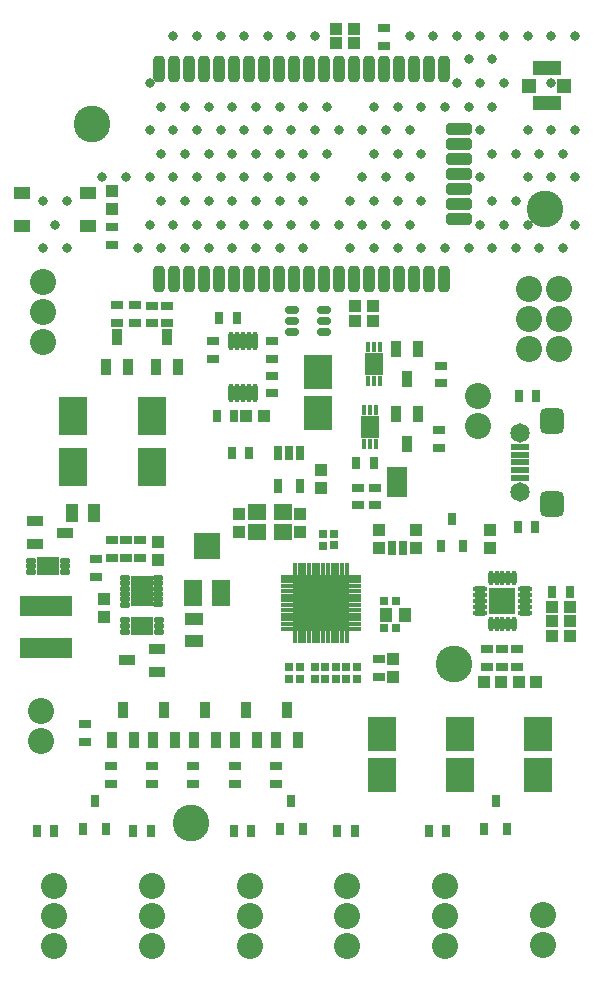
<source format=gts>
G04*
G04 #@! TF.GenerationSoftware,Altium Limited,Altium Designer,19.0.13 (425)*
G04*
G04 Layer_Color=8388736*
%FSLAX25Y25*%
%MOIN*%
G70*
G01*
G75*
%ADD14R,0.04343X0.03162*%
%ADD15O,0.04737X0.02769*%
%ADD16R,0.09265X0.12611*%
%ADD17R,0.17335X0.06706*%
%ADD18R,0.05328X0.03753*%
%ADD19O,0.01981X0.06115*%
%ADD20R,0.03162X0.04343*%
G04:AMPARAMS|DCode=21|XSize=17.84mil|YSize=35.56mil|CornerRadius=6.46mil|HoleSize=0mil|Usage=FLASHONLY|Rotation=270.000|XOffset=0mil|YOffset=0mil|HoleType=Round|Shape=RoundedRectangle|*
%AMROUNDEDRECTD21*
21,1,0.01784,0.02264,0,0,270.0*
21,1,0.00492,0.03556,0,0,270.0*
1,1,0.01292,-0.01132,-0.00246*
1,1,0.01292,-0.01132,0.00246*
1,1,0.01292,0.01132,0.00246*
1,1,0.01292,0.01132,-0.00246*
%
%ADD21ROUNDEDRECTD21*%
%ADD22R,0.07296X0.06115*%
%ADD23R,0.03950X0.03950*%
%ADD24R,0.07296X0.10170*%
%ADD25R,0.04343X0.05918*%
%ADD26R,0.05918X0.04343*%
%ADD27R,0.03950X0.03950*%
%ADD28R,0.05918X0.08674*%
%ADD29R,0.08674X0.08674*%
%ADD30R,0.03950X0.03162*%
%ADD31R,0.03359X0.05328*%
%ADD32R,0.09265X0.11627*%
%ADD33R,0.03162X0.04737*%
%ADD34R,0.06115X0.02375*%
%ADD35R,0.09461X0.04934*%
%ADD36R,0.04737X0.04737*%
%ADD37R,0.03162X0.03950*%
%ADD38O,0.04147X0.01587*%
%ADD39O,0.01587X0.04147*%
%ADD40R,0.18910X0.18910*%
%ADD41O,0.04737X0.01784*%
%ADD42O,0.01784X0.04737*%
%ADD43R,0.08595X0.08595*%
%ADD44R,0.06312X0.05524*%
%ADD45R,0.02769X0.02769*%
%ADD46R,0.04265X0.04698*%
%ADD47R,0.02769X0.02769*%
%ADD48R,0.05524X0.03950*%
%ADD49R,0.03162X0.05131*%
%ADD50R,0.06706X0.10249*%
%ADD51R,0.03753X0.05328*%
%ADD52R,0.06115X0.07296*%
%ADD53R,0.01784X0.03556*%
G04:AMPARAMS|DCode=54|XSize=86.74mil|YSize=39.5mil|CornerRadius=11.87mil|HoleSize=0mil|Usage=FLASHONLY|Rotation=0.000|XOffset=0mil|YOffset=0mil|HoleType=Round|Shape=RoundedRectangle|*
%AMROUNDEDRECTD54*
21,1,0.08674,0.01575,0,0,0.0*
21,1,0.06299,0.03950,0,0,0.0*
1,1,0.02375,0.03150,-0.00787*
1,1,0.02375,-0.03150,-0.00787*
1,1,0.02375,-0.03150,0.00787*
1,1,0.02375,0.03150,0.00787*
%
%ADD54ROUNDEDRECTD54*%
G04:AMPARAMS|DCode=55|XSize=86.74mil|YSize=39.5mil|CornerRadius=11.87mil|HoleSize=0mil|Usage=FLASHONLY|Rotation=270.000|XOffset=0mil|YOffset=0mil|HoleType=Round|Shape=RoundedRectangle|*
%AMROUNDEDRECTD55*
21,1,0.08674,0.01575,0,0,270.0*
21,1,0.06299,0.03950,0,0,270.0*
1,1,0.02375,-0.00787,-0.03150*
1,1,0.02375,-0.00787,0.03150*
1,1,0.02375,0.00787,0.03150*
1,1,0.02375,0.00787,-0.03150*
%
%ADD55ROUNDEDRECTD55*%
%ADD56C,0.12217*%
%ADD57C,0.08674*%
G04:AMPARAMS|DCode=58|XSize=86.74mil|YSize=82.8mil|CornerRadius=22.7mil|HoleSize=0mil|Usage=FLASHONLY|Rotation=90.000|XOffset=0mil|YOffset=0mil|HoleType=Round|Shape=RoundedRectangle|*
%AMROUNDEDRECTD58*
21,1,0.08674,0.03740,0,0,90.0*
21,1,0.04134,0.08280,0,0,90.0*
1,1,0.04540,0.01870,0.02067*
1,1,0.04540,0.01870,-0.02067*
1,1,0.04540,-0.01870,-0.02067*
1,1,0.04540,-0.01870,0.02067*
%
%ADD58ROUNDEDRECTD58*%
%ADD59C,0.06509*%
%ADD60C,0.03162*%
D14*
X129291Y333110D02*
D03*
Y327205D02*
D03*
X91850Y217402D02*
D03*
Y211496D02*
D03*
X72284Y223031D02*
D03*
Y228937D02*
D03*
X91929Y223071D02*
D03*
Y228976D02*
D03*
X33347Y156220D02*
D03*
Y150315D02*
D03*
X38583Y156537D02*
D03*
Y162443D02*
D03*
X43268Y156537D02*
D03*
Y162443D02*
D03*
X48031D02*
D03*
Y156537D02*
D03*
X29488Y95354D02*
D03*
Y101260D02*
D03*
X57008Y240709D02*
D03*
Y234803D02*
D03*
X40315Y240905D02*
D03*
Y235000D02*
D03*
X173779Y126181D02*
D03*
Y120276D02*
D03*
X65748Y87126D02*
D03*
Y81221D02*
D03*
X163622Y120276D02*
D03*
Y126181D02*
D03*
X168701D02*
D03*
Y120276D02*
D03*
X38583Y266890D02*
D03*
Y260984D02*
D03*
X120787Y180039D02*
D03*
Y174134D02*
D03*
X52028Y87126D02*
D03*
Y81221D02*
D03*
X38307Y87126D02*
D03*
Y81221D02*
D03*
X127520Y122953D02*
D03*
Y117047D02*
D03*
X93189Y87126D02*
D03*
Y81221D02*
D03*
X79469Y87126D02*
D03*
Y81221D02*
D03*
X147520Y199134D02*
D03*
Y193228D02*
D03*
X148150Y220709D02*
D03*
Y214803D02*
D03*
D15*
X109370Y231890D02*
D03*
Y235630D02*
D03*
Y239370D02*
D03*
X98740Y231890D02*
D03*
Y235630D02*
D03*
Y239370D02*
D03*
D16*
X52008Y203780D02*
D03*
Y186850D02*
D03*
X25591Y203780D02*
D03*
Y186850D02*
D03*
D17*
X16496Y140709D02*
D03*
Y126535D02*
D03*
D18*
X43602Y122441D02*
D03*
X53642Y126181D02*
D03*
Y118701D02*
D03*
X22913Y165080D02*
D03*
X12874Y161340D02*
D03*
Y168821D02*
D03*
D19*
X78268Y211437D02*
D03*
X80236D02*
D03*
X82205D02*
D03*
X84173D02*
D03*
X86142D02*
D03*
X78268Y228957D02*
D03*
X80236D02*
D03*
X82205D02*
D03*
X84173D02*
D03*
X86142D02*
D03*
D20*
X74331Y236535D02*
D03*
X80236D02*
D03*
X73543Y204016D02*
D03*
X79449D02*
D03*
X84409Y191614D02*
D03*
X78504D02*
D03*
X191142Y145118D02*
D03*
X185236D02*
D03*
X148228Y160646D02*
D03*
X155709D02*
D03*
X151969Y169701D02*
D03*
X29055Y66378D02*
D03*
X36535D02*
D03*
X32795Y75433D02*
D03*
X94646Y66378D02*
D03*
X102126D02*
D03*
X98386Y75433D02*
D03*
X162756Y66378D02*
D03*
X170236D02*
D03*
X166496Y75433D02*
D03*
X120118Y188347D02*
D03*
X126024D02*
D03*
D21*
X11752Y155750D02*
D03*
Y151813D02*
D03*
Y153781D02*
D03*
X22972Y155750D02*
D03*
Y151813D02*
D03*
Y153781D02*
D03*
X42992Y146398D02*
D03*
X54016D02*
D03*
X42992Y144626D02*
D03*
X54016D02*
D03*
Y148169D02*
D03*
Y149941D02*
D03*
Y142854D02*
D03*
Y141102D02*
D03*
X42992Y148169D02*
D03*
Y142854D02*
D03*
Y149941D02*
D03*
Y141083D02*
D03*
X54272Y131929D02*
D03*
Y135866D02*
D03*
Y133898D02*
D03*
X43051Y131929D02*
D03*
Y135866D02*
D03*
Y133898D02*
D03*
D22*
X17362Y153781D02*
D03*
X48661Y133898D02*
D03*
D23*
X83307Y203976D02*
D03*
X89213D02*
D03*
X185236Y140276D02*
D03*
X191142D02*
D03*
X185236Y135453D02*
D03*
X191142D02*
D03*
X185236Y130630D02*
D03*
X191142D02*
D03*
X168425Y115236D02*
D03*
X162520D02*
D03*
X174134Y115276D02*
D03*
X180039D02*
D03*
X119331Y332953D02*
D03*
X113425D02*
D03*
X119331Y328110D02*
D03*
X113425D02*
D03*
X119626Y235748D02*
D03*
X125532D02*
D03*
X119626Y240669D02*
D03*
X125532D02*
D03*
D24*
X48504Y145512D02*
D03*
D25*
X25236Y171614D02*
D03*
X32717D02*
D03*
D26*
X65905Y128898D02*
D03*
Y136378D02*
D03*
D27*
X35906Y136949D02*
D03*
Y142854D02*
D03*
X54016Y155945D02*
D03*
Y161850D02*
D03*
X108268Y180000D02*
D03*
Y185906D02*
D03*
X164685Y159961D02*
D03*
Y165866D02*
D03*
X101382Y171260D02*
D03*
Y165354D02*
D03*
X81024Y171299D02*
D03*
Y165394D02*
D03*
X38465Y272913D02*
D03*
Y278819D02*
D03*
X140016Y165870D02*
D03*
Y159965D02*
D03*
X127516Y165870D02*
D03*
Y159965D02*
D03*
X132323Y117045D02*
D03*
Y122951D02*
D03*
D28*
X74803Y145000D02*
D03*
X65748D02*
D03*
D29*
X70276Y160748D02*
D03*
D30*
X51811Y234842D02*
D03*
Y240551D02*
D03*
X46339Y235059D02*
D03*
Y240768D02*
D03*
X126299Y179842D02*
D03*
Y174134D02*
D03*
D31*
X56890Y230295D02*
D03*
X60630Y220256D02*
D03*
X53150D02*
D03*
X40276Y230335D02*
D03*
X44016Y220295D02*
D03*
X36535D02*
D03*
X55915Y106083D02*
D03*
X59655Y96043D02*
D03*
X52175D02*
D03*
X42205Y106083D02*
D03*
X45945Y96043D02*
D03*
X38465D02*
D03*
X83337Y106083D02*
D03*
X87077Y96043D02*
D03*
X79597D02*
D03*
X69626Y106083D02*
D03*
X73366Y96043D02*
D03*
X65886D02*
D03*
X97047Y106083D02*
D03*
X100787Y96043D02*
D03*
X93307D02*
D03*
D32*
X107165Y204803D02*
D03*
Y218583D02*
D03*
X154665Y84134D02*
D03*
Y97913D02*
D03*
X128661Y84134D02*
D03*
Y97913D02*
D03*
X180669Y84134D02*
D03*
Y97913D02*
D03*
D33*
X101413Y180689D02*
D03*
X93933D02*
D03*
Y191516D02*
D03*
X97673D02*
D03*
X101413D02*
D03*
D34*
X174724Y193622D02*
D03*
Y191063D02*
D03*
Y188504D02*
D03*
Y185945D02*
D03*
Y183386D02*
D03*
D35*
X183504Y319823D02*
D03*
Y308209D02*
D03*
D36*
X177598Y314016D02*
D03*
X189409D02*
D03*
D37*
X13701Y65498D02*
D03*
X19410D02*
D03*
X180059Y210551D02*
D03*
X174350D02*
D03*
X179764Y167087D02*
D03*
X174055D02*
D03*
X51476Y65498D02*
D03*
X45768D02*
D03*
X113760D02*
D03*
X119468D02*
D03*
X79311Y65669D02*
D03*
X85020D02*
D03*
X144193Y65498D02*
D03*
X149902D02*
D03*
D38*
X96799Y150343D02*
D03*
Y148768D02*
D03*
Y147193D02*
D03*
Y145618D02*
D03*
Y144043D02*
D03*
Y142469D02*
D03*
Y140894D02*
D03*
Y139319D02*
D03*
Y137744D02*
D03*
Y136169D02*
D03*
Y134595D02*
D03*
Y133020D02*
D03*
X119634D02*
D03*
Y134595D02*
D03*
Y136169D02*
D03*
Y137744D02*
D03*
Y139319D02*
D03*
Y140894D02*
D03*
Y142469D02*
D03*
Y144043D02*
D03*
Y145618D02*
D03*
Y147193D02*
D03*
Y148768D02*
D03*
Y150343D02*
D03*
D39*
X99555Y130264D02*
D03*
X101130D02*
D03*
X102705D02*
D03*
X104279D02*
D03*
X105854D02*
D03*
X107429D02*
D03*
X109004D02*
D03*
X110579D02*
D03*
X112154D02*
D03*
X113728D02*
D03*
X115303D02*
D03*
X116878D02*
D03*
Y153098D02*
D03*
X115303D02*
D03*
X113728D02*
D03*
X112154D02*
D03*
X110579D02*
D03*
X109004D02*
D03*
X107429D02*
D03*
X105854D02*
D03*
X104279D02*
D03*
X102705D02*
D03*
X101130D02*
D03*
X99555D02*
D03*
D40*
X108217Y141681D02*
D03*
D41*
X161201Y146221D02*
D03*
Y144252D02*
D03*
Y142283D02*
D03*
Y140315D02*
D03*
Y138347D02*
D03*
X176358D02*
D03*
Y140315D02*
D03*
Y142283D02*
D03*
Y144252D02*
D03*
Y146221D02*
D03*
D42*
X164842Y134705D02*
D03*
X166811D02*
D03*
X168780D02*
D03*
X170748D02*
D03*
X172717D02*
D03*
Y149862D02*
D03*
X170748D02*
D03*
X168780D02*
D03*
X166811D02*
D03*
X164842D02*
D03*
D43*
X168780Y142283D02*
D03*
D44*
X95473Y171850D02*
D03*
Y165157D02*
D03*
X86811Y171850D02*
D03*
Y165157D02*
D03*
D45*
X97716Y116244D02*
D03*
Y120181D02*
D03*
X101130Y116244D02*
D03*
Y120181D02*
D03*
X112756Y164724D02*
D03*
Y160787D02*
D03*
X109004Y164650D02*
D03*
Y160713D02*
D03*
X109724Y116244D02*
D03*
Y120181D02*
D03*
X106217Y116244D02*
D03*
Y120181D02*
D03*
X116740Y116213D02*
D03*
Y120150D02*
D03*
X113232Y116213D02*
D03*
Y120150D02*
D03*
X120248Y116213D02*
D03*
Y120150D02*
D03*
D46*
X130008Y137744D02*
D03*
X136425D02*
D03*
D47*
X133185Y142181D02*
D03*
X129248D02*
D03*
X133185Y133181D02*
D03*
X129248D02*
D03*
D48*
X30764Y278228D02*
D03*
X8764Y267205D02*
D03*
Y278228D02*
D03*
X30764Y267205D02*
D03*
D49*
X135559Y160061D02*
D03*
X132016D02*
D03*
D50*
X133787Y181912D02*
D03*
D51*
X136969Y194665D02*
D03*
X133228Y204705D02*
D03*
X140709D02*
D03*
X137047Y216299D02*
D03*
X133307Y226339D02*
D03*
X140787D02*
D03*
D52*
X124685Y200157D02*
D03*
X125827Y221260D02*
D03*
D53*
X124685Y194547D02*
D03*
X122717D02*
D03*
X126654D02*
D03*
X124685Y205768D02*
D03*
X122717D02*
D03*
X126654D02*
D03*
X125827Y215650D02*
D03*
X123858D02*
D03*
X127795D02*
D03*
X125827Y226870D02*
D03*
X123858D02*
D03*
X127795D02*
D03*
D54*
X154331Y279646D02*
D03*
Y284646D02*
D03*
Y289646D02*
D03*
Y294646D02*
D03*
Y299646D02*
D03*
Y274646D02*
D03*
Y269646D02*
D03*
D55*
X54331Y249646D02*
D03*
X59331D02*
D03*
X64331D02*
D03*
X69331D02*
D03*
X74331D02*
D03*
X99331D02*
D03*
X94331D02*
D03*
X89331D02*
D03*
X84331D02*
D03*
X79331D02*
D03*
X129331D02*
D03*
X134331D02*
D03*
X139331D02*
D03*
X144331D02*
D03*
X149331D02*
D03*
X124331D02*
D03*
X119331D02*
D03*
X114331D02*
D03*
X109331D02*
D03*
X104331D02*
D03*
Y319646D02*
D03*
X109331D02*
D03*
X114331D02*
D03*
X119331D02*
D03*
X124331D02*
D03*
X149331D02*
D03*
X144331D02*
D03*
X139331D02*
D03*
X134331D02*
D03*
X129331D02*
D03*
X79331D02*
D03*
X84331D02*
D03*
X89331D02*
D03*
X94331D02*
D03*
X99331D02*
D03*
X74331D02*
D03*
X69331D02*
D03*
X64331D02*
D03*
X59331D02*
D03*
X54331D02*
D03*
D56*
X31850Y301142D02*
D03*
X182992Y272874D02*
D03*
X64882Y68386D02*
D03*
X152717Y121102D02*
D03*
D57*
X15590Y228504D02*
D03*
Y238504D02*
D03*
Y248504D02*
D03*
X14921Y95512D02*
D03*
Y105512D02*
D03*
X149621Y47402D02*
D03*
Y37402D02*
D03*
Y27402D02*
D03*
X117038Y47402D02*
D03*
Y37402D02*
D03*
Y27402D02*
D03*
X84456Y47402D02*
D03*
Y37402D02*
D03*
Y27402D02*
D03*
X51874Y47402D02*
D03*
Y37402D02*
D03*
Y27402D02*
D03*
X19291Y47402D02*
D03*
Y37402D02*
D03*
Y27402D02*
D03*
X182165Y37543D02*
D03*
Y27543D02*
D03*
X187769Y246142D02*
D03*
X177769D02*
D03*
X187769Y236142D02*
D03*
X177769D02*
D03*
X187769Y226142D02*
D03*
X177769D02*
D03*
X160630Y210630D02*
D03*
Y200630D02*
D03*
D58*
X185354Y202284D02*
D03*
Y174724D02*
D03*
D59*
X174724Y198346D02*
D03*
Y178661D02*
D03*
D60*
X192914Y330709D02*
D03*
Y299213D02*
D03*
X188977Y291339D02*
D03*
X192914Y283465D02*
D03*
Y267717D02*
D03*
X188977Y259843D02*
D03*
X185040Y330709D02*
D03*
Y314961D02*
D03*
Y299213D02*
D03*
X181103Y291339D02*
D03*
X185040Y283465D02*
D03*
X181103Y259843D02*
D03*
X177166Y330709D02*
D03*
Y299213D02*
D03*
X173229Y291339D02*
D03*
X177166Y283465D02*
D03*
X173229Y275591D02*
D03*
X177166Y267717D02*
D03*
X173229Y259843D02*
D03*
X169291Y330709D02*
D03*
X165355Y322835D02*
D03*
X169291Y314961D02*
D03*
X165355Y307087D02*
D03*
Y291339D02*
D03*
Y275591D02*
D03*
X169291Y267717D02*
D03*
X165355Y259843D02*
D03*
X161417Y330709D02*
D03*
X157481Y322835D02*
D03*
X161417Y314961D02*
D03*
X157481Y307087D02*
D03*
X161417Y299213D02*
D03*
Y283465D02*
D03*
Y267717D02*
D03*
X157481Y259843D02*
D03*
X153543Y330709D02*
D03*
Y314961D02*
D03*
X149607Y307087D02*
D03*
Y259843D02*
D03*
X145669Y330709D02*
D03*
X141733Y307087D02*
D03*
Y291339D02*
D03*
Y275591D02*
D03*
Y259843D02*
D03*
X137795Y330709D02*
D03*
X133858Y307087D02*
D03*
X137795Y299213D02*
D03*
X133858Y291339D02*
D03*
X137795Y283465D02*
D03*
X133858Y275591D02*
D03*
X137795Y267717D02*
D03*
X133858Y259843D02*
D03*
X125984Y307087D02*
D03*
X129921Y299213D02*
D03*
X125984Y291339D02*
D03*
X129921Y283465D02*
D03*
X125984Y275591D02*
D03*
X129921Y267717D02*
D03*
X125984Y259843D02*
D03*
X122047Y299213D02*
D03*
Y283465D02*
D03*
X118110Y275591D02*
D03*
X122047Y267717D02*
D03*
X118110Y259843D02*
D03*
X110236Y307087D02*
D03*
X114173Y299213D02*
D03*
X110236Y291339D02*
D03*
X114173Y267717D02*
D03*
X106299Y330709D02*
D03*
X102362Y307087D02*
D03*
X106299Y299213D02*
D03*
X102362Y291339D02*
D03*
X106299Y283465D02*
D03*
X102362Y275591D02*
D03*
X106299Y267717D02*
D03*
X102362Y259843D02*
D03*
X98425Y330709D02*
D03*
X94488Y307087D02*
D03*
X98425Y299213D02*
D03*
X94488Y291339D02*
D03*
X98425Y283465D02*
D03*
X94488Y275591D02*
D03*
X98425Y267717D02*
D03*
X94488Y259843D02*
D03*
X90551Y330709D02*
D03*
X86614Y307087D02*
D03*
X90551Y299213D02*
D03*
X86614Y291339D02*
D03*
X90551Y283465D02*
D03*
X86614Y275591D02*
D03*
X90551Y267717D02*
D03*
X86614Y259843D02*
D03*
X82677Y330709D02*
D03*
X78740Y307087D02*
D03*
X82677Y299213D02*
D03*
X78740Y291339D02*
D03*
X82677Y283465D02*
D03*
X78740Y275591D02*
D03*
X82677Y267717D02*
D03*
X78740Y259843D02*
D03*
X74803Y330709D02*
D03*
X70866Y307087D02*
D03*
X74803Y299213D02*
D03*
X70866Y291339D02*
D03*
X74803Y283465D02*
D03*
X70866Y275591D02*
D03*
X74803Y267717D02*
D03*
X70866Y259843D02*
D03*
X66929Y330709D02*
D03*
X62992Y307087D02*
D03*
X66929Y299213D02*
D03*
X62992Y291339D02*
D03*
X66929Y283465D02*
D03*
X62992Y275591D02*
D03*
X66929Y267717D02*
D03*
X62992Y259843D02*
D03*
X59055Y330709D02*
D03*
X55118Y307087D02*
D03*
X59055Y299213D02*
D03*
X55118Y291339D02*
D03*
X59055Y283465D02*
D03*
X55118Y275591D02*
D03*
X59055Y267717D02*
D03*
X55118Y259843D02*
D03*
X51181Y314961D02*
D03*
Y299213D02*
D03*
Y283465D02*
D03*
Y267717D02*
D03*
X47244Y259843D02*
D03*
X43307Y283465D02*
D03*
X35433D02*
D03*
X23622Y275591D02*
D03*
Y259843D02*
D03*
X15748Y275591D02*
D03*
X19685Y267717D02*
D03*
X15748Y259843D02*
D03*
M02*

</source>
